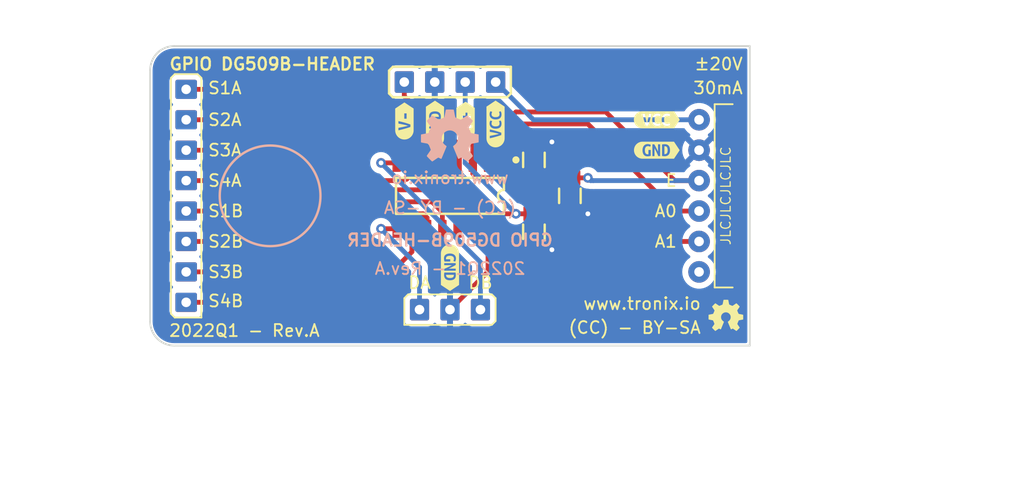
<source format=kicad_pcb>
(kicad_pcb (version 20240108) (generator "pcbnew") (generator_version "8.0")
  (title_block (title "GPIO - DG509B-HEADER") (date "Q1/2022") (rev "A"))
  (layers (0 "F.Cu" signal) (31 "B.Cu" signal) (34 "B.Paste" user) (35 "F.Paste" user) (36 "B.SilkS" user "B.Silkscreen") (37 "F.SilkS" user "F.Silkscreen") (38 "B.Mask" user) (39 "F.Mask" user) (44 "Edge.Cuts" user))
  (net 0 "")
  (net 1 "V+")
  (net 2 "POWER-GND")
  (net 3 "Net-(U1-E)")
  (net 4 "Net-(U1-A0)")
  (net 5 "Net-(U1-A1)")
  (net 7 "Net-(U1-DA)")
  (net 8 "Net-(U1-DB)")
  (net 9 "V-")
  (net 10 "POWER-+VCC")
  (net 11 "/S3B")
  (net 12 "/S2A")
  (net 13 "/S1B")
  (net 14 "/S2B")
  (net 15 "/S4B")
  (net 16 "/S3A")
  (net 17 "/S4A")
  (net 18 "/S1A")
  (footprint "tronixio:OSHW-3MM" (layer "F.Cu") (at 172 73.5)
    (property "Reference" "G***" (hide yes))
    (property "Value" "LOGO" (hide yes))
  )
  (footprint "kibuzzard-66858EC7" (layer "F.Cu") (at 145.2 57.25 90)
    (property "Reference" "kibuzzard-66858EC7" (hide yes))
    (property "Value" "G***" (hide yes))
  )
  (footprint "tronixio:HARWIN-M20-999034x" (layer "F.Cu") (at 146.46 73 90)
    (property "Reference" "K2" (hide yes))
    (property "Value" "I/O")
    (pad "1" thru_hole roundrect (at 0 0 90) (size 1.8 1.6) (drill 0.8) (layers "*.Mask" "F.Cu" "In1.Cu" "B.Cu") (roundrect_rratio 0.1) (net 8 "Net-(U1-DB)"))
    (pad "2" thru_hole roundrect (at 0 2.54 90) (size 1.8 1.6) (drill 0.8) (layers "*.Mask" "F.Cu" "In1.Cu" "B.Cu") (roundrect_rratio 0.1) (net 2 "POWER-GND"))
    (pad "3" thru_hole roundrect (at 0 5.08 90) (size 1.8 1.6) (drill 0.8) (layers "*.Mask" "F.Cu" "In1.Cu" "B.Cu") (roundrect_rratio 0.1) (net 7 "Net-(U1-DA)"))
  )
  (footprint "tronixio:HARWIN-M20-999044x" (layer "F.Cu") (at 152.81 54 -90)
    (property "Reference" "K3" (hide yes))
    (property "Value" "VIN")
    (pad "1" thru_hole roundrect (at 0 0 270) (size 1.8 1.6) (drill 0.8) (layers "*.Mask" "F.Cu" "In1.Cu" "B.Cu") (roundrect_rratio 0.1) (net 10 "POWER-+VCC"))
    (pad "2" thru_hole roundrect (at 0 2.54 270) (size 1.8 1.6) (drill 0.8) (layers "*.Mask" "F.Cu" "In1.Cu" "B.Cu") (roundrect_rratio 0.1) (net 1 "V+"))
    (pad "3" thru_hole roundrect (at 0 5.08 270) (size 1.8 1.6) (drill 0.8) (layers "*.Mask" "F.Cu" "In1.Cu" "B.Cu") (roundrect_rratio 0.1) (net 2 "POWER-GND"))
    (pad "4" thru_hole roundrect (at 0 7.62 270) (size 1.8 1.6) (drill 0.8) (layers "*.Mask" "F.Cu" "In1.Cu" "B.Cu") (roundrect_rratio 0.1) (net 9 "V-"))
  )
  (footprint "tronixio:HARWIN-M20-999084x" (layer "F.Cu") (at 127 72.39 180)
    (property "Reference" "K4" (hide yes))
    (property "Value" "I/O")
    (pad "1" thru_hole roundrect (at 0 0 180) (size 1.8 1.6) (drill 0.8) (layers "*.Mask" "F.Cu" "In1.Cu" "B.Cu") (roundrect_rratio 0.1) (net 15 "/S4B"))
    (pad "2" thru_hole roundrect (at 0 2.54 180) (size 1.8 1.6) (drill 0.8) (layers "*.Mask" "F.Cu" "In1.Cu" "B.Cu") (roundrect_rratio 0.1) (net 11 "/S3B"))
    (pad "3" thru_hole roundrect (at 0 5.08 180) (size 1.8 1.6) (drill 0.8) (layers "*.Mask" "F.Cu" "In1.Cu" "B.Cu") (roundrect_rratio 0.1) (net 14 "/S2B"))
    (pad "4" thru_hole roundrect (at 0 7.62 180) (size 1.8 1.6) (drill 0.8) (layers "*.Mask" "F.Cu" "In1.Cu" "B.Cu") (roundrect_rratio 0.1) (net 13 "/S1B"))
    (pad "5" thru_hole roundrect (at 0 10.16 180) (size 1.8 1.6) (drill 0.8) (layers "*.Mask" "F.Cu" "In1.Cu" "B.Cu") (roundrect_rratio 0.1) (net 17 "/S4A"))
    (pad "6" thru_hole roundrect (at 0 12.7 180) (size 1.8 1.6) (drill 0.8) (layers "*.Mask" "F.Cu" "In1.Cu" "B.Cu") (roundrect_rratio 0.1) (net 16 "/S3A"))
    (pad "7" thru_hole roundrect (at 0 15.24 180) (size 1.8 1.6) (drill 0.8) (layers "*.Mask" "F.Cu" "In1.Cu" "B.Cu") (roundrect_rratio 0.1) (net 12 "/S2A"))
    (pad "8" thru_hole roundrect (at 0 17.78 180) (size 1.8 1.6) (drill 0.8) (layers "*.Mask" "F.Cu" "In1.Cu" "B.Cu") (roundrect_rratio 0.1) (net 18 "/S1A"))
  )
  (footprint "kibuzzard-66858F0C" (layer "F.Cu") (at 152.8 57.5 90)
    (property "Reference" "kibuzzard-66858F0C" (hide yes))
    (property "Value" "G***" (hide yes))
  )
  (footprint "tronixio:SOIC-16" (layer "F.Cu") (at 149 63.5 -90)
    (property "Reference" "U1" (hide yes))
    (property "Value" "DG509B")
    (pad "1" smd roundrect (at -2.75 -4.445 270) (size 1.5 0.7) (layers "F.Cu" "F.Paste" "F.Mask") (roundrect_rratio 0.1) (net 4 "Net-(U1-A0)"))
    (pad "2" smd roundrect (at -2.75 -3.175 270) (size 1.5 0.7) (layers "F.Cu" "F.Paste" "F.Mask") (roundrect_rratio 0.1) (net 3 "Net-(U1-E)"))
    (pad "3" smd roundrect (at -2.75 -1.905 270) (size 1.5 0.7) (layers "F.Cu" "F.Paste" "F.Mask") (roundrect_rratio 0.1) (net 9 "V-"))
    (pad "4" smd roundrect (at -2.75 -0.635 270) (size 1.5 0.7) (layers "F.Cu" "F.Paste" "F.Mask") (roundrect_rratio 0.1) (net 18 "/S1A"))
    (pad "5" smd roundrect (at -2.75 0.635 270) (size 1.5 0.7) (layers "F.Cu" "F.Paste" "F.Mask") (roundrect_rratio 0.1) (net 12 "/S2A"))
    (pad "6" smd roundrect (at -2.75 1.905 270) (size 1.5 0.7) (layers "F.Cu" "F.Paste" "F.Mask") (roundrect_rratio 0.1) (net 16 "/S3A"))
    (pad "7" smd roundrect (at -2.75 3.175 270) (size 1.5 0.7) (layers "F.Cu" "F.Paste" "F.Mask") (roundrect_rratio 0.1) (net 17 "/S4A"))
    (pad "8" smd roundrect (at -2.75 4.445 270) (size 1.5 0.7) (layers "F.Cu" "F.Paste" "F.Mask") (roundrect_rratio 0.1) (net 7 "Net-(U1-DA)"))
    (pad "9" smd roundrect (at 2.75 4.445 270) (size 1.5 0.7) (layers "F.Cu" "F.Paste" "F.Mask") (roundrect_rratio 0.1) (net 8 "Net-(U1-DB)"))
    (pad "10" smd roundrect (at 2.75 3.175 270) (size 1.5 0.7) (layers "F.Cu" "F.Paste" "F.Mask") (roundrect_rratio 0.1) (net 15 "/S4B"))
    (pad "11" smd roundrect (at 2.75 1.905 270) (size 1.5 0.7) (layers "F.Cu" "F.Paste" "F.Mask") (roundrect_rratio 0.1) (net 11 "/S3B"))
    (pad "12" smd roundrect (at 2.75 0.635 270) (size 1.5 0.7) (layers "F.Cu" "F.Paste" "F.Mask") (roundrect_rratio 0.1) (net 14 "/S2B"))
    (pad "13" smd roundrect (at 2.75 -0.635 270) (size 1.5 0.7) (layers "F.Cu" "F.Paste" "F.Mask") (roundrect_rratio 0.1) (net 13 "/S1B"))
    (pad "14" smd roundrect (at 2.75 -1.905 270) (size 1.5 0.7) (layers "F.Cu" "F.Paste" "F.Mask") (roundrect_rratio 0.1) (net 1 "V+"))
    (pad "15" smd roundrect (at 2.75 -3.175 270) (size 1.5 0.7) (layers "F.Cu" "F.Paste" "F.Mask") (roundrect_rratio 0.1) (net 2 "POWER-GND"))
    (pad "16" smd roundrect (at 2.75 -4.445 270) (size 1.5 0.7) (layers "F.Cu" "F.Paste" "F.Mask") (roundrect_rratio 0.1) (net 5 "Net-(U1-A1)"))
  )
  (footprint "kibuzzard-62B2FE4D" (layer "F.Cu") (at 166.25 59.69)
    (property "Reference" "kibuzzard-62B2FE4D" (hide yes))
    (property "Value" "G***" (hide yes))
  )
  (footprint "kibuzzard-66858EE5" (layer "F.Cu") (at 150.3 57.25 90)
    (property "Reference" "kibuzzard-66858EE5" (hide yes))
    (property "Value" "G***" (hide yes))
  )
  (footprint "tronixio:CAPACITOR-SMD-1206" (layer "F.Cu") (at 156 66.5 -90)
    (property "Reference" "C1" (hide yes))
    (property "Value" "100n")
    (pad "1" smd roundrect (at -1.5 0 270) (size 1.3 1.75) (layers "F.Cu" "F.Paste" "F.Mask") (roundrect_rratio 0.1) (net 1 "V+"))
    (pad "2" smd roundrect (at 1.5 0 270) (size 1.3 1.75) (layers "F.Cu" "F.Paste" "F.Mask") (roundrect_rratio 0.1) (net 2 "POWER-GND"))
  )
  (footprint "kibuzzard-668593CE" (layer "F.Cu") (at 149 69.5 -90)
    (property "Reference" "kibuzzard-668593CE" (hide yes))
    (property "Value" "G***" (hide yes))
  )
  (footprint "tronixio:HARWIN-M20-975064x" (layer "F.Cu") (at 169.773 57.15 -90)
    (property "Reference" "K1" (hide yes))
    (property "Value" "GPIO IN")
    (pad "1" thru_hole circle (at 0 0 270) (size 1.8 1.8) (drill 0.8) (layers "*.Cu" "*.Mask") (net 10 "POWER-+VCC"))
    (pad "2" thru_hole circle (at 2.54 0 270) (size 1.8 1.8) (drill 0.8) (layers "*.Cu" "*.Mask") (net 2 "POWER-GND"))
    (pad "3" thru_hole circle (at 5.08 0 270) (size 1.8 1.8) (drill 0.8) (layers "*.Cu" "*.Mask") (net 3 "Net-(U1-E)"))
    (pad "4" thru_hole circle (at 7.62 0 270) (size 1.8 1.8) (drill 0.8) (layers "*.Cu" "*.Mask") (net 4 "Net-(U1-A0)"))
    (pad "5" thru_hole circle (at 10.16 0 270) (size 1.8 1.8) (drill 0.8) (layers "*.Cu" "*.Mask") (net 5 "Net-(U1-A1)"))
    (pad "6" thru_hole circle (at 12.7 0 270) (size 1.8 1.8) (drill 0.8) (layers "*.Cu" "*.Mask"))
  )
  (footprint "tronixio:RESISTOR-SMD-1206" (layer "F.Cu") (at 159 63.5 -90)
    (property "Reference" "R1" (hide yes))
    (property "Value" "100k")
    (pad "1" smd roundrect (at -1.5 0 270) (size 1.3 1.75) (layers "F.Cu" "F.Paste" "F.Mask") (roundrect_rratio 0.1) (net 3 "Net-(U1-E)"))
    (pad "2" smd roundrect (at 1.5 0 270) (size 1.3 1.75) (layers "F.Cu" "F.Paste" "F.Mask") (roundrect_rratio 0.1) (net 2 "POWER-GND"))
  )
  (footprint "tronixio:CAPACITOR-SMD-1206" (layer "F.Cu") (at 156 60.5 90)
    (property "Reference" "C2" (hide yes))
    (property "Value" "100n")
    (pad "1" smd roundrect (at -1.5 0 90) (size 1.3 1.75) (layers "F.Cu" "F.Paste" "F.Mask") (roundrect_rratio 0.1) (net 9 "V-"))
    (pad "2" smd roundrect (at 1.5 0 90) (size 1.3 1.75) (layers "F.Cu" "F.Paste" "F.Mask") (roundrect_rratio 0.1) (net 2 "POWER-GND"))
  )
  (footprint "kibuzzard-66858F12" (layer "F.Cu") (at 147.75 57.5 90)
    (property "Reference" "kibuzzard-66858F12" (hide yes))
    (property "Value" "G***" (hide yes))
  )
  (footprint "kibuzzard-62B2FE3C" (layer "F.Cu") (at 166.25 57.15)
    (property "Reference" "kibuzzard-62B2FE3C" (hide yes))
    (property "Value" "G***" (hide yes))
  )
  (footprint "tronixio:OSHW-5MM" (layer "B.Cu") (at 149 58.5 180)
    (property "Reference" "GT" (hide yes))
    (property "Value" "LOGO" (hide yes))
  )
  (footprint "tronixio:3M-SJ5376" (layer "B.Cu") (at 134 63.5 180)
    (property "Reference" "U2" (hide yes))
    (property "Value" "3M-SJ5376" (hide yes))
  )
  (gr_circle (center 154.5 60.5) (end 154.75 60.5) (stroke (width 0.1)) (fill solid) (layer "F.SilkS"))
  (gr_line (start 174 51) (end 126 51) (stroke (width 0.15)) (layer "Edge.Cuts"))
  (gr_line (start 124 53) (end 124 74) (stroke (width 0.15)) (layer "Edge.Cuts"))
  (gr_line (start 126 76) (end 174 76) (stroke (width 0.15)) (layer "Edge.Cuts"))
  (gr_arc (start 124 53) (mid 124.585786 51.585786) (end 126 51) (stroke (width 0.15)) (layer "Edge.Cuts"))
  (gr_line (start 174 76) (end 174 51) (stroke (width 0.15)) (layer "Edge.Cuts"))
  (gr_arc (start 126 76) (mid 124.585786 75.414214) (end 124 74) (stroke (width 0.15)) (layer "Edge.Cuts"))
  (gr_text "www.tronix.io" (at 149 62 0) (layer "B.SilkS") (effects (font (size 1 1)) (justify mirror)))
  (gr_text "2022Q1 - Rev.A" (at 149 69.572893 0) (layer "B.SilkS") (effects (font (size 1 1)) (justify mirror)))
  (gr_text "GPIO DG509B-HEADER" (at 149 67.2 0) (layer "B.SilkS") (effects (font (size 1 1) (thickness 0.2)) (justify mirror)))
  (gr_text "(CC) - BY-SA" (at 149 64.5 0) (layer "B.SilkS") (effects (font (size 1 1)) (justify mirror)))
  (gr_text "E" (at 168 62.23 0) (layer "F.SilkS") (effects (font (size 1 1)) (justify right)))
  (gr_text "(CC) - BY-SA" (at 170 74.5 0) (layer "F.SilkS") (effects (font (size 1 1)) (justify right)))
  (gr_text "JLCJLCJLCJLC" (at 172 63.5 90) (layer "F.SilkS") (effects (font (size 0.8 0.8) (thickness 0.1))))
  (gr_text "S2A" (at 128.75 57.15 0) (layer "F.SilkS") (effects (font (size 1 1)) (justify left)))
  (gr_text "S4B" (at 128.75 72.28 0) (layer "F.SilkS") (effects (font (size 1 1)) (justify left)))
  (gr_text "S1B" (at 128.75 64.77 0) (layer "F.SilkS") (effects (font (size 1 1)) (justify left)))
  (gr_text "DB" (at 151.54 70.75 0) (layer "F.SilkS") (effects (font (size 1 1))))
  (gr_text "DA" (at 146.46 70.75 0) (layer "F.SilkS") (effects (font (size 1 1))))
  (gr_text "S4A" (at 128.75 62.23 0) (layer "F.SilkS") (effects (font (size 1 1)) (justify left)))
  (gr_text "2022Q1 - Rev.A" (at 125.5 74.75 0) (layer "F.SilkS") (effects (font (size 1 1)) (justify left)))
  (gr_text "±20V" (at 173.5 52.5 0) (layer "F.SilkS") (effects (font (size 1 1)) (justify right)))
  (gr_text "GPIO DG509B-HEADER" (at 125.5 52.5 0) (layer "F.SilkS") (effects (font (size 1 1) (thickness 0.2)) (justify left)))
  (gr_text "S2B" (at 128.75 67.31 0) (layer "F.SilkS") (effects (font (size 1 1)) (justify left)))
  (gr_text "A0" (at 168 64.77 0) (layer "F.SilkS") (effects (font (size 1 1)) (justify right)))
  (gr_text "www.tronix.io" (at 170 72.5 0) (layer "F.SilkS") (effects (font (size 1 1)) (justify right)))
  (gr_text "S3A" (at 128.75 59.69 0) (layer "F.SilkS") (effects (font (size 1 1)) (justify left)))
  (gr_text "A1" (at 168 67.31 0) (layer "F.SilkS") (effects (font (size 1 1)) (justify right)))
  (gr_text "S1A" (at 128.75 54.5 0) (layer "F.SilkS") (effects (font (size 1 1)) (justify left)))
  (gr_text "S3B" (at 128.75 69.85 0) (layer "F.SilkS") (effects (font (size 1 1)) (justify left)))
  (gr_text "30mA" (at 173.5 54.5 0) (layer "F.SilkS") (effects (font (size 1 1)) (justify right)))
  (segment (start 150.905 65.2975) (end 150.905 66.25) (width 0.4) (layer "F.Cu") (net 1))
  (segment (start 156 65) (end 151.2025 65) (width 0.4) (layer "F.Cu") (net 1))
  (segment (start 151.2025 65) (end 150.905 65.2975) (width 0.4) (layer "F.Cu") (net 1))
  (via (at 154.5 65) (size 0.8) (drill 0.4) (layers "F.Cu" "B.Cu") (net 1))
  (segment (start 150.27 54) (end 150.27 60.77) (width 0.4) (layer "B.Cu") (net 1))
  (segment (start 150.27 60.77) (end 154.5 65) (width 0.4) (layer "B.Cu") (net 1))
  (segment (start 159 65) (end 160.5 65) (width 0.4) (layer "F.Cu") (net 2))
  (segment (start 149 73) (end 152.175 69.825) (width 0.4) (layer "F.Cu") (net 2))
  (segment (start 156 68) (end 157.5 68) (width 0.4) (layer "F.Cu") (net 2))
  (segment (start 157.5 59) (end 156 59) (width 0.4) (layer "F.Cu") (net 2))
  (segment (start 152.175 69.825) (end 152.175 66.25) (width 0.4) (layer "F.Cu") (net 2))
  (via (at 157.5 59) (size 0.8) (drill 0.4) (layers "F.Cu" "B.Cu") (net 2))
  (via (at 160.5 65) (size 0.8) (drill 0.4) (layers "F.Cu" "B.Cu") (net 2))
  (via (at 157.5 68) (size 0.8) (drill 0.4) (layers "F.Cu" "B.Cu") (net 2))
  (segment (start 159 62) (end 160.5 62) (width 0.4) (layer "F.Cu") (net 3))
  (segment (start 169.773 62.23) (end 167.73 62.23) (width 0.4) (layer "F.Cu") (net 3))
  (segment (start 154.5 56.5) (end 152.175 58.825) (width 0.4) (layer "F.Cu") (net 3))
  (segment (start 162 56.5) (end 154.5 56.5) (width 0.4) (layer "F.Cu") (net 3))
  (segment (start 152.175 58.825) (end 152.175 60.75) (width 0.4) (layer "F.Cu") (net 3))
  (segment (start 167.73 62.23) (end 162 56.5) (width 0.4) (layer "F.Cu") (net 3))
  (via (at 160.5 62) (size 0.8) (drill 0.4) (layers "F.Cu" "B.Cu") (net 3))
  (segment (start 169.773 62.23) (end 160.73 62.23) (width 0.4) (layer "B.Cu") (net 3))
  (segment (start 160.73 62.23) (end 160.5 62) (width 0.4) (layer "B.Cu") (net 3))
  (segment (start 155 57.5) (end 153.445 59.055) (width 0.4) (layer "F.Cu") (net 4))
  (segment (start 169.773 64.77) (end 167.77 64.77) (width 0.4) (layer "F.Cu") (net 4))
  (segment (start 160.5 57.5) (end 155 57.5) (width 0.4) (layer "F.Cu") (net 4))
  (segment (start 167.77 64.77) (end 160.5 57.5) (width 0.4) (layer "F.Cu") (net 4))
  (segment (start 153.445 59.055) (end 153.445 60.75) (width 0.4) (layer "F.Cu") (net 4))
  (segment (start 154.5 69.5) (end 153.445 68.445) (width 0.4) (layer "F.Cu") (net 5))
  (segment (start 165.5 69.5) (end 154.5 69.5) (width 0.4) (layer "F.Cu") (net 5))
  (segment (start 167.69 67.31) (end 165.5 69.5) (width 0.4) (layer "F.Cu") (net 5))
  (segment (start 153.445 68.445) (end 153.445 66.25) (width 0.4) (layer "F.Cu") (net 5))
  (segment (start 169.773 67.31) (end 167.69 67.31) (width 0.4) (layer "F.Cu") (net 5))
  (segment (start 144.555 60.75) (end 143.25 60.75) (width 0.4) (layer "F.Cu") (net 7))
  (via (at 143.25 60.75) (size 0.8) (drill 0.4) (layers "F.Cu" "B.Cu") (net 7))
  (segment (start 143.25 60.75) (end 151.54 69.04) (width 0.4) (layer "B.Cu") (net 7))
  (segment (start 151.54 69.04) (end 151.54 73) (width 0.4) (layer "B.Cu") (net 7))
  (segment (start 144.555 66.25) (end 143.25 66.25) (width 0.4) (layer "F.Cu") (net 8))
  (via (at 143.25 66.25) (size 0.8) (drill 0.4) (layers "F.Cu" "B.Cu") (net 8))
  (segment (start 143.25 66.25) (end 146.46 69.46) (width 0.4) (layer "B.Cu") (net 8))
  (segment (start 146.46 69.46) (end 146.46 73) (width 0.4) (layer "B.Cu") (net 8))
  (segment (start 146 56) (end 148 56) (width 0.4) (layer "F.Cu") (net 9))
  (segment (start 151.25 62) (end 150.905 61.655) (width 0.4) (layer "F.Cu") (net 9))
  (segment (start 148 56) (end 150.905 58.905) (width 0.4) (layer "F.Cu") (net 9))
  (segment (start 156 62) (end 151.25 62) (width 0.4) (layer "F.Cu") (net 9))
  (segment (start 150.905 58.905) (end 150.905 60.75) (width 0.4) (layer "F.Cu") (net 9))
  (segment (start 150.905 61.655) (end 150.905 60.75) (width 0.4) (layer "F.Cu") (net 9))
  (segment (start 145.19 55.19) (end 146 56) (width 0.4) (layer "F.Cu") (net 9))
  (segment (start 145.19 54) (end 145.19 55.19) (width 0.4) (layer "F.Cu") (net 9))
  (segment (start 155.96 57.15) (end 152.81 54) (width 0.4) (layer "B.Cu") (net 10))
  (segment (start 169.773 57.15) (end 155.96 57.15) (width 0.4) (layer "B.Cu") (net 10))
  (segment (start 147.095 65.345) (end 147.095 66.25) (width 0.4) (layer "F.Cu") (net 11))
  (segment (start 146.75 65) (end 147.095 65.345) (width 0.4) (layer "F.Cu") (net 11))
  (segment (start 131.15 69.85) (end 136 65) (width 0.4) (layer "F.Cu") (net 11))
  (segment (start 127 69.85) (end 131.15 69.85) (width 0.4) (layer "F.Cu") (net 11))
  (segment (start 136 65) (end 146.75 65) (width 0.4) (layer "F.Cu") (net 11))
  (segment (start 132.15 57.15) (end 133 58) (width 0.4) (layer "F.Cu") (net 12))
  (segment (start 147 58) (end 148.365 59.365) (width 0.4) (layer "F.Cu") (net 12))
  (segment (start 133 58) (end 147 58) (width 0.4) (layer "F.Cu") (net 12))
  (segment (start 148.365 59.365) (end 148.365 60.75) (width 0.4) (layer "F.Cu") (net 12))
  (segment (start 127 57.15) (end 132.15 57.15) (width 0.4) (layer "F.Cu") (net 12))
  (segment (start 134 63) (end 148 63) (width 0.4) (layer "F.Cu") (net 13))
  (segment (start 149.635 64.635) (end 149.635 66.25) (width 0.4) (layer "F.Cu") (net 13))
  (segment (start 132.23 64.77) (end 134 63) (width 0.4) (layer "F.Cu") (net 13))
  (segment (start 127 64.77) (end 132.23 64.77) (width 0.4) (layer "F.Cu") (net 13))
  (segment (start 148 63) (end 149.635 64.635) (width 0.4) (layer "F.Cu") (net 13))
  (segment (start 131.69 67.31) (end 135 64) (width 0.4) (layer "F.Cu") (net 14))
  (segment (start 135 64) (end 147.5 64) (width 0.4) (layer "F.Cu") (net 14))
  (segment (start 127 67.31) (end 131.69 67.31) (width 0.4) (layer "F.Cu") (net 14))
  (segment (start 147.5 64) (end 148.365 64.865) (width 0.4) (layer "F.Cu") (net 14))
  (segment (start 148.365 64.865) (end 148.365 66.25) (width 0.4) (layer "F.Cu") (net 14))
  (segment (start 141.61 72.39) (end 145.825 68.175) (width 0.4) (layer "F.Cu") (net 15))
  (segment (start 127 72.39) (end 141.61 72.39) (width 0.4) (layer "F.Cu") (net 15))
  (segment (start 145.825 68.175) (end 145.825 66.25) (width 0.4) (layer "F.Cu") (net 15))
  (segment (start 127 59.69) (end 132.31 59.69) (width 0.4) (layer "F.Cu") (net 16))
  (segment (start 132.31 59.69) (end 133 59) (width 0.4) (layer "F.Cu") (net 16))
  (segment (start 146.5475 59) (end 147.095 59.5475) (width 0.4) (layer "F.Cu") (net 16))
  (segment (start 147.095 59.5475) (end 147.095 60.75) (width 0.4) (layer "F.Cu") (net 16))
  (segment (start 133 59) (end 146.5475 59) (width 0.4) (layer "F.Cu") (net 16))
  (segment (start 145.38 62.12) (end 145.825 61.675) (width 0.4) (layer "F.Cu") (net 17))
  (segment (start 145.825 61.5) (end 145.825 60.75) (width 0.4) (layer "F.Cu") (net 17))
  (segment (start 127 62.23) (end 145.095 62.23) (width 0.4) (layer "F.Cu") (net 17))
  (segment (start 145.825 61.675) (end 145.825 60.75) (width 0.4) (layer "F.Cu") (net 17))
  (segment (start 145.095 62.23) (end 145.825 61.5) (width 0.4) (layer "F.Cu") (net 17))
  (segment (start 147.5 57) (end 149.635 59.135) (width 0.4) (layer "F.Cu") (net 18))
  (segment (start 149.635 59.135) (end 149.635 60.75) (width 0.4) (layer "F.Cu") (net 18))
  (segment (start 134 57) (end 147.5 57) (width 0.4) (layer "F.Cu") (net 18))
  (segment (start 131.61 54.61) (end 134 57) (width 0.4) (layer "F.Cu") (net 18))
  (segment (start 127 54.61) (end 131.61 54.61) (width 0.4) (layer "F.Cu") (net 18))
  (zone (net 5) (net_name "Net-(U1-A1)") (layer "F.Cu") (priority 16962) (connect_pads yes (clearance 0)) (min_thickness 0.0254) (fill yes (thermal_gap 0.508) (thermal_bridge_width 0.508))
    (polygon (pts (xy 153.645 66.94) (xy 153.64574 66.863294) (xy 153.648143 66.796785) (xy 153.652483 66.738562) (xy 153.659031 66.686715) (xy 153.668062 66.639334) (xy 153.679847 66.594509) (xy 153.694661 66.550329) (xy 153.712775 66.504885) (xy 153.734464 66.456265) (xy 153.76 66.402561) (xy 153.445 66.075) (xy 153.13 66.402561) (xy 153.155535 66.456265) (xy 153.177224 66.504885) (xy 153.195338 66.550329) (xy 153.210152 66.594509) (xy 153.221937 66.639334) (xy 153.230968 66.686715) (xy 153.237516 66.738562) (xy 153.241856 66.796785) (xy 153.244259 66.863294) (xy 153.245 66.94)))
  )
  (zone (net 3) (net_name "Net-(U1-E)") (layer "F.Cu") (priority 16962) (connect_pads yes (clearance 0)) (min_thickness 0.0254) (fill yes (thermal_gap 0.508) (thermal_bridge_width 0.508))
    (polygon (pts (xy 151.975 60.06) (xy 151.974259 60.136705) (xy 151.971856 60.203214) (xy 151.967516 60.261437) (xy 151.960968 60.313284) (xy 151.951937 60.360665) (xy 151.940152 60.40549) (xy 151.925338 60.44967) (xy 151.907224 60.495114) (xy 151.885535 60.543734) (xy 151.86 60.597439) (xy 152.175 60.925) (xy 152.49 60.597439) (xy 152.464464 60.543734) (xy 152.442775 60.495114) (xy 152.424661 60.44967) (xy 152.409847 60.40549) (xy 152.398062 60.360665) (xy 152.389031 60.313284) (xy 152.382483 60.261437) (xy 152.378143 60.203214) (xy 152.37574 60.136705) (xy 152.375 60.06)))
  )
  (zone (net 4) (net_name "Net-(U1-A0)") (layer "F.Cu") (priority 16962) (connect_pads yes (clearance 0)) (min_thickness 0.0254) (fill yes (thermal_gap 0.508) (thermal_bridge_width 0.508))
    (polygon (pts (xy 153.245 60.06) (xy 153.244259 60.136705) (xy 153.241856 60.203214) (xy 153.237516 60.261437) (xy 153.230968 60.313284) (xy 153.221937 60.360665) (xy 153.210152 60.40549) (xy 153.195338 60.44967) (xy 153.177224 60.495114) (xy 153.155535 60.543734) (xy 153.13 60.597439) (xy 153.445 60.925) (xy 153.76 60.597439) (xy 153.734464 60.543734) (xy 153.712775 60.495114) (xy 153.694661 60.44967) (xy 153.679847 60.40549) (xy 153.668062 60.360665) (xy 153.659031 60.313284) (xy 153.652483 60.261437) (xy 153.648143 60.203214) (xy 153.64574 60.136705) (xy 153.645 60.06)))
  )
  (zone (net 2) (net_name "POWER-GND") (layer "B.Cu") (connect_pads (clearance 0.5)) (min_thickness 0.25) (fill yes (thermal_gap 0.5) (thermal_bridge_width 0.5))
    (polygon (pts (xy 174 76) (xy 124 76) (xy 124 51) (xy 174 51)))
  )
  (zone (net 3) (net_name "Net-(U1-E)") (layer "B.Cu") (priority 16962) (connect_pads yes (clearance 0)) (min_thickness 0.0254) (fill yes (thermal_gap 0.508) (thermal_bridge_width 0.508))
    (polygon (pts (xy 161.00473 62.03) (xy 160.968232 62.028687) (xy 160.935395 62.024763) (xy 160.906045 62.018245) (xy 160.880004 62.009152) (xy 160.857096 61.997502) (xy 160.837144 61.983314) (xy 160.819974 61.966606) (xy 160.805408 61.947397) (xy 160.79327 61.925704) (xy 160.783385 61.901548) (xy 160.393934 61.893934) (xy 160.5 62.3) (xy 160.551424 62.30364) (xy 160.597523 62.31352) (xy 160.640215 62.328079) (xy 160.681417 62.34576) (xy 160.723047 62.365) (xy 160.767022 62.38424) (xy 160.81526 62.40192) (xy 160.869679 62.41648) (xy 160.932196 62.42636) (xy 161.00473 62.43)))
  )
)
</source>
